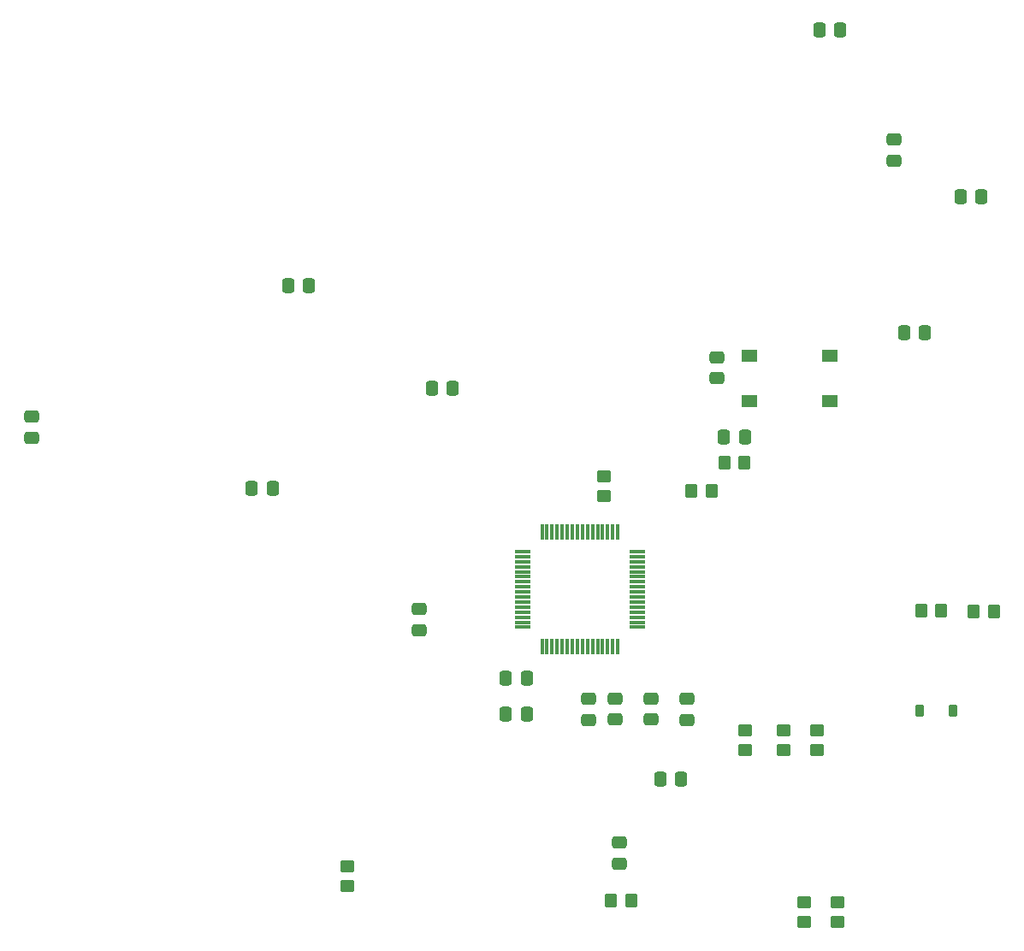
<source format=gbr>
%TF.GenerationSoftware,KiCad,Pcbnew,8.0.8*%
%TF.CreationDate,2025-04-07T19:10:48-05:00*%
%TF.ProjectId,Senior_Design_PCB_ethanl7_nrkim2,53656e69-6f72-45f4-9465-7369676e5f50,rev?*%
%TF.SameCoordinates,Original*%
%TF.FileFunction,Paste,Top*%
%TF.FilePolarity,Positive*%
%FSLAX46Y46*%
G04 Gerber Fmt 4.6, Leading zero omitted, Abs format (unit mm)*
G04 Created by KiCad (PCBNEW 8.0.8) date 2025-04-07 19:10:48*
%MOMM*%
%LPD*%
G01*
G04 APERTURE LIST*
G04 Aperture macros list*
%AMRoundRect*
0 Rectangle with rounded corners*
0 $1 Rounding radius*
0 $2 $3 $4 $5 $6 $7 $8 $9 X,Y pos of 4 corners*
0 Add a 4 corners polygon primitive as box body*
4,1,4,$2,$3,$4,$5,$6,$7,$8,$9,$2,$3,0*
0 Add four circle primitives for the rounded corners*
1,1,$1+$1,$2,$3*
1,1,$1+$1,$4,$5*
1,1,$1+$1,$6,$7*
1,1,$1+$1,$8,$9*
0 Add four rect primitives between the rounded corners*
20,1,$1+$1,$2,$3,$4,$5,0*
20,1,$1+$1,$4,$5,$6,$7,0*
20,1,$1+$1,$6,$7,$8,$9,0*
20,1,$1+$1,$8,$9,$2,$3,0*%
G04 Aperture macros list end*
%ADD10RoundRect,0.225000X0.225000X0.375000X-0.225000X0.375000X-0.225000X-0.375000X0.225000X-0.375000X0*%
%ADD11RoundRect,0.250000X-0.450000X0.350000X-0.450000X-0.350000X0.450000X-0.350000X0.450000X0.350000X0*%
%ADD12RoundRect,0.250000X-0.337500X-0.475000X0.337500X-0.475000X0.337500X0.475000X-0.337500X0.475000X0*%
%ADD13RoundRect,0.250000X0.450000X-0.350000X0.450000X0.350000X-0.450000X0.350000X-0.450000X-0.350000X0*%
%ADD14RoundRect,0.250000X-0.475000X0.337500X-0.475000X-0.337500X0.475000X-0.337500X0.475000X0.337500X0*%
%ADD15RoundRect,0.250000X0.337500X0.475000X-0.337500X0.475000X-0.337500X-0.475000X0.337500X-0.475000X0*%
%ADD16RoundRect,0.250000X0.350000X0.450000X-0.350000X0.450000X-0.350000X-0.450000X0.350000X-0.450000X0*%
%ADD17RoundRect,0.250000X-0.350000X-0.450000X0.350000X-0.450000X0.350000X0.450000X-0.350000X0.450000X0*%
%ADD18R,1.550000X1.300000*%
%ADD19RoundRect,0.075000X-0.075000X0.700000X-0.075000X-0.700000X0.075000X-0.700000X0.075000X0.700000X0*%
%ADD20RoundRect,0.075000X-0.700000X0.075000X-0.700000X-0.075000X0.700000X-0.075000X0.700000X0.075000X0*%
%ADD21RoundRect,0.250000X0.475000X-0.337500X0.475000X0.337500X-0.475000X0.337500X-0.475000X-0.337500X0*%
G04 APERTURE END LIST*
D10*
%TO.C,D4*%
X199119361Y-114415469D03*
X195819361Y-114415469D03*
%TD*%
D11*
%TO.C,R1*%
X164575361Y-91190469D03*
X164575361Y-93190469D03*
%TD*%
%TO.C,R8*%
X182355361Y-116352469D03*
X182355361Y-118352469D03*
%TD*%
D12*
%TO.C,C16*%
X129734361Y-92444469D03*
X131809361Y-92444469D03*
%TD*%
%TO.C,C13*%
X147535861Y-82538469D03*
X149610861Y-82538469D03*
%TD*%
D13*
%TO.C,R11*%
X184404000Y-135366000D03*
X184404000Y-133366000D03*
%TD*%
D11*
%TO.C,R3*%
X139192000Y-129794000D03*
X139192000Y-131794000D03*
%TD*%
D14*
%TO.C,C14*%
X175751361Y-79447469D03*
X175751361Y-81522469D03*
%TD*%
%TO.C,C7*%
X172830361Y-113272469D03*
X172830361Y-115347469D03*
%TD*%
D15*
%TO.C,C10*%
X156955361Y-114796469D03*
X154880361Y-114796469D03*
%TD*%
D14*
%TO.C,C17*%
X107950000Y-85322500D03*
X107950000Y-87397500D03*
%TD*%
D15*
%TO.C,C2*%
X187981500Y-46990000D03*
X185906500Y-46990000D03*
%TD*%
D13*
%TO.C,R12*%
X187706000Y-135366000D03*
X187706000Y-133366000D03*
%TD*%
D14*
%TO.C,C6*%
X166116000Y-127465000D03*
X166116000Y-129540000D03*
%TD*%
D16*
%TO.C,R5*%
X178502361Y-89904469D03*
X176502361Y-89904469D03*
%TD*%
D12*
%TO.C,C4*%
X194288500Y-76962000D03*
X196363500Y-76962000D03*
%TD*%
D11*
%TO.C,R9*%
X178545361Y-116352469D03*
X178545361Y-118352469D03*
%TD*%
D15*
%TO.C,C18*%
X135386861Y-72378469D03*
X133311861Y-72378469D03*
%TD*%
D17*
%TO.C,R6*%
X201167361Y-104636469D03*
X203167361Y-104636469D03*
%TD*%
D18*
%TO.C,SW1*%
X178977361Y-79308469D03*
X186927361Y-79308469D03*
X178977361Y-83808469D03*
X186927361Y-83808469D03*
%TD*%
D15*
%TO.C,C19*%
X172233500Y-121158000D03*
X170158500Y-121158000D03*
%TD*%
D17*
%TO.C,R4*%
X165259000Y-133223000D03*
X167259000Y-133223000D03*
%TD*%
D15*
%TO.C,C11*%
X156955361Y-111240469D03*
X154880361Y-111240469D03*
%TD*%
D19*
%TO.C,U6*%
X165952361Y-96735469D03*
X165452361Y-96735469D03*
X164952361Y-96735469D03*
X164452361Y-96735469D03*
X163952361Y-96735469D03*
X163452361Y-96735469D03*
X162952361Y-96735469D03*
X162452361Y-96735469D03*
X161952361Y-96735469D03*
X161452361Y-96735469D03*
X160952361Y-96735469D03*
X160452361Y-96735469D03*
X159952361Y-96735469D03*
X159452361Y-96735469D03*
X158952361Y-96735469D03*
X158452361Y-96735469D03*
D20*
X156527361Y-98660469D03*
X156527361Y-99160469D03*
X156527361Y-99660469D03*
X156527361Y-100160469D03*
X156527361Y-100660469D03*
X156527361Y-101160469D03*
X156527361Y-101660469D03*
X156527361Y-102160469D03*
X156527361Y-102660469D03*
X156527361Y-103160469D03*
X156527361Y-103660469D03*
X156527361Y-104160469D03*
X156527361Y-104660469D03*
X156527361Y-105160469D03*
X156527361Y-105660469D03*
X156527361Y-106160469D03*
D19*
X158452361Y-108085469D03*
X158952361Y-108085469D03*
X159452361Y-108085469D03*
X159952361Y-108085469D03*
X160452361Y-108085469D03*
X160952361Y-108085469D03*
X161452361Y-108085469D03*
X161952361Y-108085469D03*
X162452361Y-108085469D03*
X162952361Y-108085469D03*
X163452361Y-108085469D03*
X163952361Y-108085469D03*
X164452361Y-108085469D03*
X164952361Y-108085469D03*
X165452361Y-108085469D03*
X165952361Y-108085469D03*
D20*
X167877361Y-106160469D03*
X167877361Y-105660469D03*
X167877361Y-105160469D03*
X167877361Y-104660469D03*
X167877361Y-104160469D03*
X167877361Y-103660469D03*
X167877361Y-103160469D03*
X167877361Y-102660469D03*
X167877361Y-102160469D03*
X167877361Y-101660469D03*
X167877361Y-101160469D03*
X167877361Y-100660469D03*
X167877361Y-100160469D03*
X167877361Y-99660469D03*
X167877361Y-99160469D03*
X167877361Y-98660469D03*
%TD*%
D14*
%TO.C,C9*%
X165718361Y-113229469D03*
X165718361Y-115304469D03*
%TD*%
D21*
%TO.C,C15*%
X146287361Y-106435969D03*
X146287361Y-104360969D03*
%TD*%
D11*
%TO.C,R10*%
X185657361Y-116352469D03*
X185657361Y-118352469D03*
%TD*%
D12*
%TO.C,C3*%
X199876500Y-63500000D03*
X201951500Y-63500000D03*
%TD*%
D17*
%TO.C,R2*%
X173243361Y-92698469D03*
X175243361Y-92698469D03*
%TD*%
D14*
%TO.C,C1*%
X193294000Y-57890500D03*
X193294000Y-59965500D03*
%TD*%
%TO.C,C8*%
X169274361Y-113229469D03*
X169274361Y-115304469D03*
%TD*%
%TO.C,C5*%
X163051361Y-113250969D03*
X163051361Y-115325969D03*
%TD*%
D17*
%TO.C,R7*%
X195960361Y-104509469D03*
X197960361Y-104509469D03*
%TD*%
D12*
%TO.C,C12*%
X176470361Y-87364469D03*
X178545361Y-87364469D03*
%TD*%
M02*

</source>
